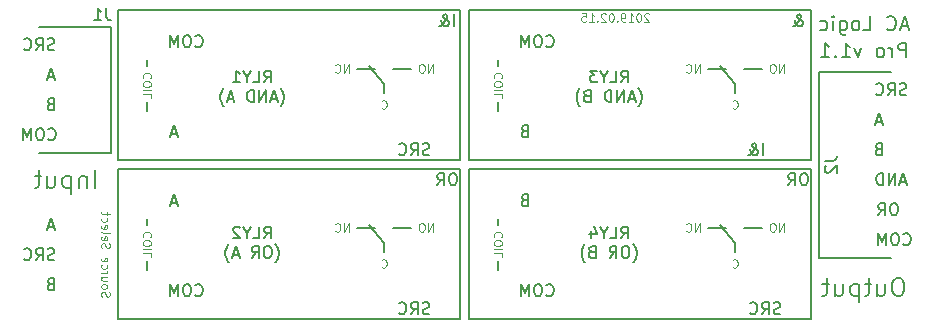
<source format=gbr>
G04 #@! TF.FileFunction,Legend,Bot*
%FSLAX46Y46*%
G04 Gerber Fmt 4.6, Leading zero omitted, Abs format (unit mm)*
G04 Created by KiCad (PCBNEW 4.0.7) date 02/15/19 15:45:41*
%MOMM*%
%LPD*%
G01*
G04 APERTURE LIST*
%ADD10C,0.100000*%
%ADD11C,0.200000*%
%ADD12C,0.150000*%
G04 APERTURE END LIST*
D10*
X167966668Y-76137333D02*
X167933334Y-76104000D01*
X167866668Y-76070667D01*
X167700001Y-76070667D01*
X167633334Y-76104000D01*
X167600001Y-76137333D01*
X167566668Y-76204000D01*
X167566668Y-76270667D01*
X167600001Y-76370667D01*
X168000001Y-76770667D01*
X167566668Y-76770667D01*
X167133334Y-76070667D02*
X167066667Y-76070667D01*
X167000001Y-76104000D01*
X166966667Y-76137333D01*
X166933334Y-76204000D01*
X166900001Y-76337333D01*
X166900001Y-76504000D01*
X166933334Y-76637333D01*
X166966667Y-76704000D01*
X167000001Y-76737333D01*
X167066667Y-76770667D01*
X167133334Y-76770667D01*
X167200001Y-76737333D01*
X167233334Y-76704000D01*
X167266667Y-76637333D01*
X167300001Y-76504000D01*
X167300001Y-76337333D01*
X167266667Y-76204000D01*
X167233334Y-76137333D01*
X167200001Y-76104000D01*
X167133334Y-76070667D01*
X166233334Y-76770667D02*
X166633334Y-76770667D01*
X166433334Y-76770667D02*
X166433334Y-76070667D01*
X166500000Y-76170667D01*
X166566667Y-76237333D01*
X166633334Y-76270667D01*
X165900000Y-76770667D02*
X165766667Y-76770667D01*
X165700000Y-76737333D01*
X165666667Y-76704000D01*
X165600000Y-76604000D01*
X165566667Y-76470667D01*
X165566667Y-76204000D01*
X165600000Y-76137333D01*
X165633333Y-76104000D01*
X165700000Y-76070667D01*
X165833333Y-76070667D01*
X165900000Y-76104000D01*
X165933333Y-76137333D01*
X165966667Y-76204000D01*
X165966667Y-76370667D01*
X165933333Y-76437333D01*
X165900000Y-76470667D01*
X165833333Y-76504000D01*
X165700000Y-76504000D01*
X165633333Y-76470667D01*
X165600000Y-76437333D01*
X165566667Y-76370667D01*
X165266666Y-76704000D02*
X165233333Y-76737333D01*
X165266666Y-76770667D01*
X165300000Y-76737333D01*
X165266666Y-76704000D01*
X165266666Y-76770667D01*
X164800000Y-76070667D02*
X164733333Y-76070667D01*
X164666667Y-76104000D01*
X164633333Y-76137333D01*
X164600000Y-76204000D01*
X164566667Y-76337333D01*
X164566667Y-76504000D01*
X164600000Y-76637333D01*
X164633333Y-76704000D01*
X164666667Y-76737333D01*
X164733333Y-76770667D01*
X164800000Y-76770667D01*
X164866667Y-76737333D01*
X164900000Y-76704000D01*
X164933333Y-76637333D01*
X164966667Y-76504000D01*
X164966667Y-76337333D01*
X164933333Y-76204000D01*
X164900000Y-76137333D01*
X164866667Y-76104000D01*
X164800000Y-76070667D01*
X164300000Y-76137333D02*
X164266666Y-76104000D01*
X164200000Y-76070667D01*
X164033333Y-76070667D01*
X163966666Y-76104000D01*
X163933333Y-76137333D01*
X163900000Y-76204000D01*
X163900000Y-76270667D01*
X163933333Y-76370667D01*
X164333333Y-76770667D01*
X163900000Y-76770667D01*
X163599999Y-76704000D02*
X163566666Y-76737333D01*
X163599999Y-76770667D01*
X163633333Y-76737333D01*
X163599999Y-76704000D01*
X163599999Y-76770667D01*
X162900000Y-76770667D02*
X163300000Y-76770667D01*
X163100000Y-76770667D02*
X163100000Y-76070667D01*
X163166666Y-76170667D01*
X163233333Y-76237333D01*
X163300000Y-76270667D01*
X162266666Y-76070667D02*
X162599999Y-76070667D01*
X162633333Y-76404000D01*
X162599999Y-76370667D01*
X162533333Y-76337333D01*
X162366666Y-76337333D01*
X162299999Y-76370667D01*
X162266666Y-76404000D01*
X162233333Y-76470667D01*
X162233333Y-76637333D01*
X162266666Y-76704000D01*
X162299999Y-76737333D01*
X162366666Y-76770667D01*
X162533333Y-76770667D01*
X162599999Y-76737333D01*
X162633333Y-76704000D01*
D11*
X121082286Y-90848571D02*
X121082286Y-89348571D01*
X120368000Y-89848571D02*
X120368000Y-90848571D01*
X120368000Y-89991429D02*
X120296572Y-89920000D01*
X120153714Y-89848571D01*
X119939429Y-89848571D01*
X119796572Y-89920000D01*
X119725143Y-90062857D01*
X119725143Y-90848571D01*
X119010857Y-89848571D02*
X119010857Y-91348571D01*
X119010857Y-89920000D02*
X118868000Y-89848571D01*
X118582286Y-89848571D01*
X118439429Y-89920000D01*
X118368000Y-89991429D01*
X118296571Y-90134286D01*
X118296571Y-90562857D01*
X118368000Y-90705714D01*
X118439429Y-90777143D01*
X118582286Y-90848571D01*
X118868000Y-90848571D01*
X119010857Y-90777143D01*
X117010857Y-89848571D02*
X117010857Y-90848571D01*
X117653714Y-89848571D02*
X117653714Y-90634286D01*
X117582286Y-90777143D01*
X117439428Y-90848571D01*
X117225143Y-90848571D01*
X117082286Y-90777143D01*
X117010857Y-90705714D01*
X116510857Y-89848571D02*
X115939428Y-89848571D01*
X116296571Y-89348571D02*
X116296571Y-90634286D01*
X116225143Y-90777143D01*
X116082285Y-90848571D01*
X115939428Y-90848571D01*
X189217715Y-98492571D02*
X188932001Y-98492571D01*
X188789143Y-98564000D01*
X188646286Y-98706857D01*
X188574858Y-98992571D01*
X188574858Y-99492571D01*
X188646286Y-99778286D01*
X188789143Y-99921143D01*
X188932001Y-99992571D01*
X189217715Y-99992571D01*
X189360572Y-99921143D01*
X189503429Y-99778286D01*
X189574858Y-99492571D01*
X189574858Y-98992571D01*
X189503429Y-98706857D01*
X189360572Y-98564000D01*
X189217715Y-98492571D01*
X187289143Y-98992571D02*
X187289143Y-99992571D01*
X187932000Y-98992571D02*
X187932000Y-99778286D01*
X187860572Y-99921143D01*
X187717714Y-99992571D01*
X187503429Y-99992571D01*
X187360572Y-99921143D01*
X187289143Y-99849714D01*
X186789143Y-98992571D02*
X186217714Y-98992571D01*
X186574857Y-98492571D02*
X186574857Y-99778286D01*
X186503429Y-99921143D01*
X186360571Y-99992571D01*
X186217714Y-99992571D01*
X185717714Y-98992571D02*
X185717714Y-100492571D01*
X185717714Y-99064000D02*
X185574857Y-98992571D01*
X185289143Y-98992571D01*
X185146286Y-99064000D01*
X185074857Y-99135429D01*
X185003428Y-99278286D01*
X185003428Y-99706857D01*
X185074857Y-99849714D01*
X185146286Y-99921143D01*
X185289143Y-99992571D01*
X185574857Y-99992571D01*
X185717714Y-99921143D01*
X183717714Y-98992571D02*
X183717714Y-99992571D01*
X184360571Y-98992571D02*
X184360571Y-99778286D01*
X184289143Y-99921143D01*
X184146285Y-99992571D01*
X183932000Y-99992571D01*
X183789143Y-99921143D01*
X183717714Y-99849714D01*
X183217714Y-98992571D02*
X182646285Y-98992571D01*
X183003428Y-98492571D02*
X183003428Y-99778286D01*
X182932000Y-99921143D01*
X182789142Y-99992571D01*
X182646285Y-99992571D01*
D12*
X189753429Y-79790857D02*
X189753429Y-78590857D01*
X189296286Y-78590857D01*
X189182000Y-78648000D01*
X189124857Y-78705143D01*
X189067714Y-78819429D01*
X189067714Y-78990857D01*
X189124857Y-79105143D01*
X189182000Y-79162286D01*
X189296286Y-79219429D01*
X189753429Y-79219429D01*
X188553429Y-79790857D02*
X188553429Y-78990857D01*
X188553429Y-79219429D02*
X188496286Y-79105143D01*
X188439143Y-79048000D01*
X188324857Y-78990857D01*
X188210572Y-78990857D01*
X187639143Y-79790857D02*
X187753429Y-79733714D01*
X187810572Y-79676571D01*
X187867715Y-79562286D01*
X187867715Y-79219429D01*
X187810572Y-79105143D01*
X187753429Y-79048000D01*
X187639143Y-78990857D01*
X187467715Y-78990857D01*
X187353429Y-79048000D01*
X187296286Y-79105143D01*
X187239143Y-79219429D01*
X187239143Y-79562286D01*
X187296286Y-79676571D01*
X187353429Y-79733714D01*
X187467715Y-79790857D01*
X187639143Y-79790857D01*
X185924857Y-78990857D02*
X185639143Y-79790857D01*
X185353429Y-78990857D01*
X184267714Y-79790857D02*
X184953429Y-79790857D01*
X184610571Y-79790857D02*
X184610571Y-78590857D01*
X184724857Y-78762286D01*
X184839143Y-78876571D01*
X184953429Y-78933714D01*
X183753429Y-79676571D02*
X183696286Y-79733714D01*
X183753429Y-79790857D01*
X183810572Y-79733714D01*
X183753429Y-79676571D01*
X183753429Y-79790857D01*
X182553428Y-79790857D02*
X183239143Y-79790857D01*
X182896285Y-79790857D02*
X182896285Y-78590857D01*
X183010571Y-78762286D01*
X183124857Y-78876571D01*
X183239143Y-78933714D01*
X189896286Y-77162000D02*
X189324857Y-77162000D01*
X190010571Y-77504857D02*
X189610571Y-76304857D01*
X189210571Y-77504857D01*
X188124857Y-77390571D02*
X188182000Y-77447714D01*
X188353429Y-77504857D01*
X188467715Y-77504857D01*
X188639143Y-77447714D01*
X188753429Y-77333429D01*
X188810572Y-77219143D01*
X188867715Y-76990571D01*
X188867715Y-76819143D01*
X188810572Y-76590571D01*
X188753429Y-76476286D01*
X188639143Y-76362000D01*
X188467715Y-76304857D01*
X188353429Y-76304857D01*
X188182000Y-76362000D01*
X188124857Y-76419143D01*
X186124857Y-77504857D02*
X186696286Y-77504857D01*
X186696286Y-76304857D01*
X185553428Y-77504857D02*
X185667714Y-77447714D01*
X185724857Y-77390571D01*
X185782000Y-77276286D01*
X185782000Y-76933429D01*
X185724857Y-76819143D01*
X185667714Y-76762000D01*
X185553428Y-76704857D01*
X185382000Y-76704857D01*
X185267714Y-76762000D01*
X185210571Y-76819143D01*
X185153428Y-76933429D01*
X185153428Y-77276286D01*
X185210571Y-77390571D01*
X185267714Y-77447714D01*
X185382000Y-77504857D01*
X185553428Y-77504857D01*
X184124857Y-76704857D02*
X184124857Y-77676286D01*
X184182000Y-77790571D01*
X184239143Y-77847714D01*
X184353428Y-77904857D01*
X184524857Y-77904857D01*
X184639143Y-77847714D01*
X184124857Y-77447714D02*
X184239143Y-77504857D01*
X184467714Y-77504857D01*
X184582000Y-77447714D01*
X184639143Y-77390571D01*
X184696286Y-77276286D01*
X184696286Y-76933429D01*
X184639143Y-76819143D01*
X184582000Y-76762000D01*
X184467714Y-76704857D01*
X184239143Y-76704857D01*
X184124857Y-76762000D01*
X183553429Y-77504857D02*
X183553429Y-76704857D01*
X183553429Y-76304857D02*
X183610572Y-76362000D01*
X183553429Y-76419143D01*
X183496286Y-76362000D01*
X183553429Y-76304857D01*
X183553429Y-76419143D01*
X182467714Y-77447714D02*
X182582000Y-77504857D01*
X182810571Y-77504857D01*
X182924857Y-77447714D01*
X182982000Y-77390571D01*
X183039143Y-77276286D01*
X183039143Y-76933429D01*
X182982000Y-76819143D01*
X182924857Y-76762000D01*
X182810571Y-76704857D01*
X182582000Y-76704857D01*
X182467714Y-76762000D01*
D11*
X182372000Y-81026000D02*
X188468000Y-81026000D01*
X182372000Y-96774000D02*
X182372000Y-81026000D01*
X188468000Y-96774000D02*
X182372000Y-96774000D01*
X122428000Y-87884000D02*
X116332000Y-87884000D01*
X122428000Y-77216000D02*
X122428000Y-87884000D01*
X116332000Y-77216000D02*
X122428000Y-77216000D01*
D10*
X121636667Y-100053333D02*
X121603333Y-99953333D01*
X121603333Y-99786666D01*
X121636667Y-99719999D01*
X121670000Y-99686666D01*
X121736667Y-99653333D01*
X121803333Y-99653333D01*
X121870000Y-99686666D01*
X121903333Y-99719999D01*
X121936667Y-99786666D01*
X121970000Y-99919999D01*
X122003333Y-99986666D01*
X122036667Y-100019999D01*
X122103333Y-100053333D01*
X122170000Y-100053333D01*
X122236667Y-100019999D01*
X122270000Y-99986666D01*
X122303333Y-99919999D01*
X122303333Y-99753333D01*
X122270000Y-99653333D01*
X121603333Y-99253332D02*
X121636667Y-99319999D01*
X121670000Y-99353332D01*
X121736667Y-99386666D01*
X121936667Y-99386666D01*
X122003333Y-99353332D01*
X122036667Y-99319999D01*
X122070000Y-99253332D01*
X122070000Y-99153332D01*
X122036667Y-99086666D01*
X122003333Y-99053332D01*
X121936667Y-99019999D01*
X121736667Y-99019999D01*
X121670000Y-99053332D01*
X121636667Y-99086666D01*
X121603333Y-99153332D01*
X121603333Y-99253332D01*
X122070000Y-98419999D02*
X121603333Y-98419999D01*
X122070000Y-98719999D02*
X121703333Y-98719999D01*
X121636667Y-98686666D01*
X121603333Y-98619999D01*
X121603333Y-98519999D01*
X121636667Y-98453333D01*
X121670000Y-98419999D01*
X121603333Y-98086666D02*
X122070000Y-98086666D01*
X121936667Y-98086666D02*
X122003333Y-98053333D01*
X122036667Y-98020000D01*
X122070000Y-97953333D01*
X122070000Y-97886666D01*
X121636667Y-97353333D02*
X121603333Y-97420000D01*
X121603333Y-97553333D01*
X121636667Y-97620000D01*
X121670000Y-97653333D01*
X121736667Y-97686667D01*
X121936667Y-97686667D01*
X122003333Y-97653333D01*
X122036667Y-97620000D01*
X122070000Y-97553333D01*
X122070000Y-97420000D01*
X122036667Y-97353333D01*
X121636667Y-96786667D02*
X121603333Y-96853333D01*
X121603333Y-96986667D01*
X121636667Y-97053333D01*
X121703333Y-97086667D01*
X121970000Y-97086667D01*
X122036667Y-97053333D01*
X122070000Y-96986667D01*
X122070000Y-96853333D01*
X122036667Y-96786667D01*
X121970000Y-96753333D01*
X121903333Y-96753333D01*
X121836667Y-97086667D01*
X121636667Y-95953334D02*
X121603333Y-95853334D01*
X121603333Y-95686667D01*
X121636667Y-95620000D01*
X121670000Y-95586667D01*
X121736667Y-95553334D01*
X121803333Y-95553334D01*
X121870000Y-95586667D01*
X121903333Y-95620000D01*
X121936667Y-95686667D01*
X121970000Y-95820000D01*
X122003333Y-95886667D01*
X122036667Y-95920000D01*
X122103333Y-95953334D01*
X122170000Y-95953334D01*
X122236667Y-95920000D01*
X122270000Y-95886667D01*
X122303333Y-95820000D01*
X122303333Y-95653334D01*
X122270000Y-95553334D01*
X121636667Y-94986667D02*
X121603333Y-95053333D01*
X121603333Y-95186667D01*
X121636667Y-95253333D01*
X121703333Y-95286667D01*
X121970000Y-95286667D01*
X122036667Y-95253333D01*
X122070000Y-95186667D01*
X122070000Y-95053333D01*
X122036667Y-94986667D01*
X121970000Y-94953333D01*
X121903333Y-94953333D01*
X121836667Y-95286667D01*
X121603333Y-94553333D02*
X121636667Y-94620000D01*
X121703333Y-94653333D01*
X122303333Y-94653333D01*
X121636667Y-94020000D02*
X121603333Y-94086666D01*
X121603333Y-94220000D01*
X121636667Y-94286666D01*
X121703333Y-94320000D01*
X121970000Y-94320000D01*
X122036667Y-94286666D01*
X122070000Y-94220000D01*
X122070000Y-94086666D01*
X122036667Y-94020000D01*
X121970000Y-93986666D01*
X121903333Y-93986666D01*
X121836667Y-94320000D01*
X121636667Y-93386666D02*
X121603333Y-93453333D01*
X121603333Y-93586666D01*
X121636667Y-93653333D01*
X121670000Y-93686666D01*
X121736667Y-93720000D01*
X121936667Y-93720000D01*
X122003333Y-93686666D01*
X122036667Y-93653333D01*
X122070000Y-93586666D01*
X122070000Y-93453333D01*
X122036667Y-93386666D01*
X122070000Y-93186666D02*
X122070000Y-92920000D01*
X122303333Y-93086666D02*
X121703333Y-93086666D01*
X121636667Y-93053333D01*
X121603333Y-92986666D01*
X121603333Y-92920000D01*
D12*
X188809238Y-92162381D02*
X188618761Y-92162381D01*
X188523523Y-92210000D01*
X188428285Y-92305238D01*
X188380666Y-92495714D01*
X188380666Y-92829048D01*
X188428285Y-93019524D01*
X188523523Y-93114762D01*
X188618761Y-93162381D01*
X188809238Y-93162381D01*
X188904476Y-93114762D01*
X188999714Y-93019524D01*
X189047333Y-92829048D01*
X189047333Y-92495714D01*
X188999714Y-92305238D01*
X188904476Y-92210000D01*
X188809238Y-92162381D01*
X187380666Y-93162381D02*
X187714000Y-92686190D01*
X187952095Y-93162381D02*
X187952095Y-92162381D01*
X187571142Y-92162381D01*
X187475904Y-92210000D01*
X187428285Y-92257619D01*
X187380666Y-92352857D01*
X187380666Y-92495714D01*
X187428285Y-92590952D01*
X187475904Y-92638571D01*
X187571142Y-92686190D01*
X187952095Y-92686190D01*
X189729905Y-90336667D02*
X189253714Y-90336667D01*
X189825143Y-90622381D02*
X189491810Y-89622381D01*
X189158476Y-90622381D01*
X188825143Y-90622381D02*
X188825143Y-89622381D01*
X188253714Y-90622381D01*
X188253714Y-89622381D01*
X187777524Y-90622381D02*
X187777524Y-89622381D01*
X187539429Y-89622381D01*
X187396571Y-89670000D01*
X187301333Y-89765238D01*
X187253714Y-89860476D01*
X187206095Y-90050952D01*
X187206095Y-90193810D01*
X187253714Y-90384286D01*
X187301333Y-90479524D01*
X187396571Y-90574762D01*
X187539429Y-90622381D01*
X187777524Y-90622381D01*
X187380571Y-87558571D02*
X187237714Y-87606190D01*
X187190095Y-87653810D01*
X187142476Y-87749048D01*
X187142476Y-87891905D01*
X187190095Y-87987143D01*
X187237714Y-88034762D01*
X187332952Y-88082381D01*
X187713905Y-88082381D01*
X187713905Y-87082381D01*
X187380571Y-87082381D01*
X187285333Y-87130000D01*
X187237714Y-87177619D01*
X187190095Y-87272857D01*
X187190095Y-87368095D01*
X187237714Y-87463333D01*
X187285333Y-87510952D01*
X187380571Y-87558571D01*
X187713905Y-87558571D01*
X187690095Y-85256667D02*
X187213904Y-85256667D01*
X187785333Y-85542381D02*
X187452000Y-84542381D01*
X187118666Y-85542381D01*
X189507714Y-95607143D02*
X189555333Y-95654762D01*
X189698190Y-95702381D01*
X189793428Y-95702381D01*
X189936286Y-95654762D01*
X190031524Y-95559524D01*
X190079143Y-95464286D01*
X190126762Y-95273810D01*
X190126762Y-95130952D01*
X190079143Y-94940476D01*
X190031524Y-94845238D01*
X189936286Y-94750000D01*
X189793428Y-94702381D01*
X189698190Y-94702381D01*
X189555333Y-94750000D01*
X189507714Y-94797619D01*
X188888667Y-94702381D02*
X188698190Y-94702381D01*
X188602952Y-94750000D01*
X188507714Y-94845238D01*
X188460095Y-95035714D01*
X188460095Y-95369048D01*
X188507714Y-95559524D01*
X188602952Y-95654762D01*
X188698190Y-95702381D01*
X188888667Y-95702381D01*
X188983905Y-95654762D01*
X189079143Y-95559524D01*
X189126762Y-95369048D01*
X189126762Y-95035714D01*
X189079143Y-94845238D01*
X188983905Y-94750000D01*
X188888667Y-94702381D01*
X188031524Y-95702381D02*
X188031524Y-94702381D01*
X187698190Y-95416667D01*
X187364857Y-94702381D01*
X187364857Y-95702381D01*
X189753714Y-82954762D02*
X189610857Y-83002381D01*
X189372761Y-83002381D01*
X189277523Y-82954762D01*
X189229904Y-82907143D01*
X189182285Y-82811905D01*
X189182285Y-82716667D01*
X189229904Y-82621429D01*
X189277523Y-82573810D01*
X189372761Y-82526190D01*
X189563238Y-82478571D01*
X189658476Y-82430952D01*
X189706095Y-82383333D01*
X189753714Y-82288095D01*
X189753714Y-82192857D01*
X189706095Y-82097619D01*
X189658476Y-82050000D01*
X189563238Y-82002381D01*
X189325142Y-82002381D01*
X189182285Y-82050000D01*
X188182285Y-83002381D02*
X188515619Y-82526190D01*
X188753714Y-83002381D02*
X188753714Y-82002381D01*
X188372761Y-82002381D01*
X188277523Y-82050000D01*
X188229904Y-82097619D01*
X188182285Y-82192857D01*
X188182285Y-82335714D01*
X188229904Y-82430952D01*
X188277523Y-82478571D01*
X188372761Y-82526190D01*
X188753714Y-82526190D01*
X187182285Y-82907143D02*
X187229904Y-82954762D01*
X187372761Y-83002381D01*
X187467999Y-83002381D01*
X187610857Y-82954762D01*
X187706095Y-82859524D01*
X187753714Y-82764286D01*
X187801333Y-82573810D01*
X187801333Y-82430952D01*
X187753714Y-82240476D01*
X187706095Y-82145238D01*
X187610857Y-82050000D01*
X187467999Y-82002381D01*
X187372761Y-82002381D01*
X187229904Y-82050000D01*
X187182285Y-82097619D01*
X117586095Y-94146667D02*
X117109904Y-94146667D01*
X117681333Y-94432381D02*
X117348000Y-93432381D01*
X117014666Y-94432381D01*
X117276571Y-98988571D02*
X117133714Y-99036190D01*
X117086095Y-99083810D01*
X117038476Y-99179048D01*
X117038476Y-99321905D01*
X117086095Y-99417143D01*
X117133714Y-99464762D01*
X117228952Y-99512381D01*
X117609905Y-99512381D01*
X117609905Y-98512381D01*
X117276571Y-98512381D01*
X117181333Y-98560000D01*
X117133714Y-98607619D01*
X117086095Y-98702857D01*
X117086095Y-98798095D01*
X117133714Y-98893333D01*
X117181333Y-98940952D01*
X117276571Y-98988571D01*
X117609905Y-98988571D01*
X117617714Y-96924762D02*
X117474857Y-96972381D01*
X117236761Y-96972381D01*
X117141523Y-96924762D01*
X117093904Y-96877143D01*
X117046285Y-96781905D01*
X117046285Y-96686667D01*
X117093904Y-96591429D01*
X117141523Y-96543810D01*
X117236761Y-96496190D01*
X117427238Y-96448571D01*
X117522476Y-96400952D01*
X117570095Y-96353333D01*
X117617714Y-96258095D01*
X117617714Y-96162857D01*
X117570095Y-96067619D01*
X117522476Y-96020000D01*
X117427238Y-95972381D01*
X117189142Y-95972381D01*
X117046285Y-96020000D01*
X116046285Y-96972381D02*
X116379619Y-96496190D01*
X116617714Y-96972381D02*
X116617714Y-95972381D01*
X116236761Y-95972381D01*
X116141523Y-96020000D01*
X116093904Y-96067619D01*
X116046285Y-96162857D01*
X116046285Y-96305714D01*
X116093904Y-96400952D01*
X116141523Y-96448571D01*
X116236761Y-96496190D01*
X116617714Y-96496190D01*
X115046285Y-96877143D02*
X115093904Y-96924762D01*
X115236761Y-96972381D01*
X115331999Y-96972381D01*
X115474857Y-96924762D01*
X115570095Y-96829524D01*
X115617714Y-96734286D01*
X115665333Y-96543810D01*
X115665333Y-96400952D01*
X115617714Y-96210476D01*
X115570095Y-96115238D01*
X115474857Y-96020000D01*
X115331999Y-95972381D01*
X115236761Y-95972381D01*
X115093904Y-96020000D01*
X115046285Y-96067619D01*
X117617714Y-79144762D02*
X117474857Y-79192381D01*
X117236761Y-79192381D01*
X117141523Y-79144762D01*
X117093904Y-79097143D01*
X117046285Y-79001905D01*
X117046285Y-78906667D01*
X117093904Y-78811429D01*
X117141523Y-78763810D01*
X117236761Y-78716190D01*
X117427238Y-78668571D01*
X117522476Y-78620952D01*
X117570095Y-78573333D01*
X117617714Y-78478095D01*
X117617714Y-78382857D01*
X117570095Y-78287619D01*
X117522476Y-78240000D01*
X117427238Y-78192381D01*
X117189142Y-78192381D01*
X117046285Y-78240000D01*
X116046285Y-79192381D02*
X116379619Y-78716190D01*
X116617714Y-79192381D02*
X116617714Y-78192381D01*
X116236761Y-78192381D01*
X116141523Y-78240000D01*
X116093904Y-78287619D01*
X116046285Y-78382857D01*
X116046285Y-78525714D01*
X116093904Y-78620952D01*
X116141523Y-78668571D01*
X116236761Y-78716190D01*
X116617714Y-78716190D01*
X115046285Y-79097143D02*
X115093904Y-79144762D01*
X115236761Y-79192381D01*
X115331999Y-79192381D01*
X115474857Y-79144762D01*
X115570095Y-79049524D01*
X115617714Y-78954286D01*
X115665333Y-78763810D01*
X115665333Y-78620952D01*
X115617714Y-78430476D01*
X115570095Y-78335238D01*
X115474857Y-78240000D01*
X115331999Y-78192381D01*
X115236761Y-78192381D01*
X115093904Y-78240000D01*
X115046285Y-78287619D01*
X117586095Y-81446667D02*
X117109904Y-81446667D01*
X117681333Y-81732381D02*
X117348000Y-80732381D01*
X117014666Y-81732381D01*
X117276571Y-83748571D02*
X117133714Y-83796190D01*
X117086095Y-83843810D01*
X117038476Y-83939048D01*
X117038476Y-84081905D01*
X117086095Y-84177143D01*
X117133714Y-84224762D01*
X117228952Y-84272381D01*
X117609905Y-84272381D01*
X117609905Y-83272381D01*
X117276571Y-83272381D01*
X117181333Y-83320000D01*
X117133714Y-83367619D01*
X117086095Y-83462857D01*
X117086095Y-83558095D01*
X117133714Y-83653333D01*
X117181333Y-83700952D01*
X117276571Y-83748571D01*
X117609905Y-83748571D01*
X117117714Y-86717143D02*
X117165333Y-86764762D01*
X117308190Y-86812381D01*
X117403428Y-86812381D01*
X117546286Y-86764762D01*
X117641524Y-86669524D01*
X117689143Y-86574286D01*
X117736762Y-86383810D01*
X117736762Y-86240952D01*
X117689143Y-86050476D01*
X117641524Y-85955238D01*
X117546286Y-85860000D01*
X117403428Y-85812381D01*
X117308190Y-85812381D01*
X117165333Y-85860000D01*
X117117714Y-85907619D01*
X116498667Y-85812381D02*
X116308190Y-85812381D01*
X116212952Y-85860000D01*
X116117714Y-85955238D01*
X116070095Y-86145714D01*
X116070095Y-86479048D01*
X116117714Y-86669524D01*
X116212952Y-86764762D01*
X116308190Y-86812381D01*
X116498667Y-86812381D01*
X116593905Y-86764762D01*
X116689143Y-86669524D01*
X116736762Y-86479048D01*
X116736762Y-86145714D01*
X116689143Y-85955238D01*
X116593905Y-85860000D01*
X116498667Y-85812381D01*
X115641524Y-86812381D02*
X115641524Y-85812381D01*
X115308190Y-86526667D01*
X114974857Y-85812381D01*
X114974857Y-86812381D01*
X177657047Y-88082381D02*
X177657047Y-87082381D01*
X176371333Y-88082381D02*
X176418952Y-88082381D01*
X176514190Y-88034762D01*
X176657047Y-87891905D01*
X176895142Y-87606190D01*
X176990381Y-87463333D01*
X177038000Y-87320476D01*
X177038000Y-87225238D01*
X176990381Y-87130000D01*
X176895142Y-87082381D01*
X176847523Y-87082381D01*
X176752285Y-87130000D01*
X176704666Y-87225238D01*
X176704666Y-87272857D01*
X176752285Y-87368095D01*
X176799904Y-87415714D01*
X177085619Y-87606190D01*
X177133238Y-87653810D01*
X177180857Y-87749048D01*
X177180857Y-87891905D01*
X177133238Y-87987143D01*
X177085619Y-88034762D01*
X176990381Y-88082381D01*
X176847523Y-88082381D01*
X176752285Y-88034762D01*
X176704666Y-87987143D01*
X176561809Y-87796667D01*
X176514190Y-87653810D01*
X176514190Y-87558571D01*
X179085714Y-101496762D02*
X178942857Y-101544381D01*
X178704761Y-101544381D01*
X178609523Y-101496762D01*
X178561904Y-101449143D01*
X178514285Y-101353905D01*
X178514285Y-101258667D01*
X178561904Y-101163429D01*
X178609523Y-101115810D01*
X178704761Y-101068190D01*
X178895238Y-101020571D01*
X178990476Y-100972952D01*
X179038095Y-100925333D01*
X179085714Y-100830095D01*
X179085714Y-100734857D01*
X179038095Y-100639619D01*
X178990476Y-100592000D01*
X178895238Y-100544381D01*
X178657142Y-100544381D01*
X178514285Y-100592000D01*
X177514285Y-101544381D02*
X177847619Y-101068190D01*
X178085714Y-101544381D02*
X178085714Y-100544381D01*
X177704761Y-100544381D01*
X177609523Y-100592000D01*
X177561904Y-100639619D01*
X177514285Y-100734857D01*
X177514285Y-100877714D01*
X177561904Y-100972952D01*
X177609523Y-101020571D01*
X177704761Y-101068190D01*
X178085714Y-101068190D01*
X176514285Y-101449143D02*
X176561904Y-101496762D01*
X176704761Y-101544381D01*
X176799999Y-101544381D01*
X176942857Y-101496762D01*
X177038095Y-101401524D01*
X177085714Y-101306286D01*
X177133333Y-101115810D01*
X177133333Y-100972952D01*
X177085714Y-100782476D01*
X177038095Y-100687238D01*
X176942857Y-100592000D01*
X176799999Y-100544381D01*
X176704761Y-100544381D01*
X176561904Y-100592000D01*
X176514285Y-100639619D01*
X149367714Y-101496762D02*
X149224857Y-101544381D01*
X148986761Y-101544381D01*
X148891523Y-101496762D01*
X148843904Y-101449143D01*
X148796285Y-101353905D01*
X148796285Y-101258667D01*
X148843904Y-101163429D01*
X148891523Y-101115810D01*
X148986761Y-101068190D01*
X149177238Y-101020571D01*
X149272476Y-100972952D01*
X149320095Y-100925333D01*
X149367714Y-100830095D01*
X149367714Y-100734857D01*
X149320095Y-100639619D01*
X149272476Y-100592000D01*
X149177238Y-100544381D01*
X148939142Y-100544381D01*
X148796285Y-100592000D01*
X147796285Y-101544381D02*
X148129619Y-101068190D01*
X148367714Y-101544381D02*
X148367714Y-100544381D01*
X147986761Y-100544381D01*
X147891523Y-100592000D01*
X147843904Y-100639619D01*
X147796285Y-100734857D01*
X147796285Y-100877714D01*
X147843904Y-100972952D01*
X147891523Y-101020571D01*
X147986761Y-101068190D01*
X148367714Y-101068190D01*
X146796285Y-101449143D02*
X146843904Y-101496762D01*
X146986761Y-101544381D01*
X147081999Y-101544381D01*
X147224857Y-101496762D01*
X147320095Y-101401524D01*
X147367714Y-101306286D01*
X147415333Y-101115810D01*
X147415333Y-100972952D01*
X147367714Y-100782476D01*
X147320095Y-100687238D01*
X147224857Y-100592000D01*
X147081999Y-100544381D01*
X146986761Y-100544381D01*
X146843904Y-100592000D01*
X146796285Y-100639619D01*
X149367714Y-88034762D02*
X149224857Y-88082381D01*
X148986761Y-88082381D01*
X148891523Y-88034762D01*
X148843904Y-87987143D01*
X148796285Y-87891905D01*
X148796285Y-87796667D01*
X148843904Y-87701429D01*
X148891523Y-87653810D01*
X148986761Y-87606190D01*
X149177238Y-87558571D01*
X149272476Y-87510952D01*
X149320095Y-87463333D01*
X149367714Y-87368095D01*
X149367714Y-87272857D01*
X149320095Y-87177619D01*
X149272476Y-87130000D01*
X149177238Y-87082381D01*
X148939142Y-87082381D01*
X148796285Y-87130000D01*
X147796285Y-88082381D02*
X148129619Y-87606190D01*
X148367714Y-88082381D02*
X148367714Y-87082381D01*
X147986761Y-87082381D01*
X147891523Y-87130000D01*
X147843904Y-87177619D01*
X147796285Y-87272857D01*
X147796285Y-87415714D01*
X147843904Y-87510952D01*
X147891523Y-87558571D01*
X147986761Y-87606190D01*
X148367714Y-87606190D01*
X146796285Y-87987143D02*
X146843904Y-88034762D01*
X146986761Y-88082381D01*
X147081999Y-88082381D01*
X147224857Y-88034762D01*
X147320095Y-87939524D01*
X147367714Y-87844286D01*
X147415333Y-87653810D01*
X147415333Y-87510952D01*
X147367714Y-87320476D01*
X147320095Y-87225238D01*
X147224857Y-87130000D01*
X147081999Y-87082381D01*
X146986761Y-87082381D01*
X146843904Y-87130000D01*
X146796285Y-87177619D01*
D11*
X155194000Y-83566000D02*
X155194000Y-84328000D01*
X155194000Y-97028000D02*
X155194000Y-97790000D01*
X125476000Y-97028000D02*
X125476000Y-97790000D01*
X125476000Y-93980000D02*
X125476000Y-93472000D01*
X155194000Y-93980000D02*
X155194000Y-93472000D01*
X155194000Y-80518000D02*
X155194000Y-80010000D01*
X125476000Y-83566000D02*
X125476000Y-84328000D01*
X125476000Y-80518000D02*
X125476000Y-80010000D01*
X147828000Y-80772000D02*
X146304000Y-80772000D01*
X145542000Y-82804000D02*
X145542000Y-82042000D01*
X145542000Y-82042000D02*
X144272000Y-80518000D01*
X143256000Y-80772000D02*
X144780000Y-80772000D01*
X177546000Y-80772000D02*
X176022000Y-80772000D01*
X175260000Y-82804000D02*
X175260000Y-82042000D01*
X175260000Y-82042000D02*
X173990000Y-80518000D01*
X172974000Y-80772000D02*
X174498000Y-80772000D01*
X177546000Y-94234000D02*
X176022000Y-94234000D01*
X175260000Y-96266000D02*
X175260000Y-95504000D01*
X175260000Y-95504000D02*
X173990000Y-93980000D01*
X172974000Y-94234000D02*
X174498000Y-94234000D01*
X145542000Y-95504000D02*
X144272000Y-93980000D01*
X145542000Y-96266000D02*
X145542000Y-95504000D01*
X147828000Y-94234000D02*
X146304000Y-94234000D01*
X143256000Y-94234000D02*
X144780000Y-94234000D01*
D12*
X151495047Y-77160381D02*
X151495047Y-76160381D01*
X150209333Y-77160381D02*
X150256952Y-77160381D01*
X150352190Y-77112762D01*
X150495047Y-76969905D01*
X150733142Y-76684190D01*
X150828381Y-76541333D01*
X150876000Y-76398476D01*
X150876000Y-76303238D01*
X150828381Y-76208000D01*
X150733142Y-76160381D01*
X150685523Y-76160381D01*
X150590285Y-76208000D01*
X150542666Y-76303238D01*
X150542666Y-76350857D01*
X150590285Y-76446095D01*
X150637904Y-76493714D01*
X150923619Y-76684190D01*
X150971238Y-76731810D01*
X151018857Y-76827048D01*
X151018857Y-76969905D01*
X150971238Y-77065143D01*
X150923619Y-77112762D01*
X150828381Y-77160381D01*
X150685523Y-77160381D01*
X150590285Y-77112762D01*
X150542666Y-77065143D01*
X150399809Y-76874667D01*
X150352190Y-76731810D01*
X150352190Y-76636571D01*
X180165428Y-77160381D02*
X180213047Y-77160381D01*
X180308285Y-77112762D01*
X180451142Y-76969905D01*
X180689237Y-76684190D01*
X180784476Y-76541333D01*
X180832095Y-76398476D01*
X180832095Y-76303238D01*
X180784476Y-76208000D01*
X180689237Y-76160381D01*
X180641618Y-76160381D01*
X180546380Y-76208000D01*
X180498761Y-76303238D01*
X180498761Y-76350857D01*
X180546380Y-76446095D01*
X180593999Y-76493714D01*
X180879714Y-76684190D01*
X180927333Y-76731810D01*
X180974952Y-76827048D01*
X180974952Y-76969905D01*
X180927333Y-77065143D01*
X180879714Y-77112762D01*
X180784476Y-77160381D01*
X180641618Y-77160381D01*
X180546380Y-77112762D01*
X180498761Y-77065143D01*
X180355904Y-76874667D01*
X180308285Y-76731810D01*
X180308285Y-76636571D01*
X151471238Y-89622381D02*
X151280761Y-89622381D01*
X151185523Y-89670000D01*
X151090285Y-89765238D01*
X151042666Y-89955714D01*
X151042666Y-90289048D01*
X151090285Y-90479524D01*
X151185523Y-90574762D01*
X151280761Y-90622381D01*
X151471238Y-90622381D01*
X151566476Y-90574762D01*
X151661714Y-90479524D01*
X151709333Y-90289048D01*
X151709333Y-89955714D01*
X151661714Y-89765238D01*
X151566476Y-89670000D01*
X151471238Y-89622381D01*
X150042666Y-90622381D02*
X150376000Y-90146190D01*
X150614095Y-90622381D02*
X150614095Y-89622381D01*
X150233142Y-89622381D01*
X150137904Y-89670000D01*
X150090285Y-89717619D01*
X150042666Y-89812857D01*
X150042666Y-89955714D01*
X150090285Y-90050952D01*
X150137904Y-90098571D01*
X150233142Y-90146190D01*
X150614095Y-90146190D01*
X181189238Y-89622381D02*
X180998761Y-89622381D01*
X180903523Y-89670000D01*
X180808285Y-89765238D01*
X180760666Y-89955714D01*
X180760666Y-90289048D01*
X180808285Y-90479524D01*
X180903523Y-90574762D01*
X180998761Y-90622381D01*
X181189238Y-90622381D01*
X181284476Y-90574762D01*
X181379714Y-90479524D01*
X181427333Y-90289048D01*
X181427333Y-89955714D01*
X181379714Y-89765238D01*
X181284476Y-89670000D01*
X181189238Y-89622381D01*
X179760666Y-90622381D02*
X180094000Y-90146190D01*
X180332095Y-90622381D02*
X180332095Y-89622381D01*
X179951142Y-89622381D01*
X179855904Y-89670000D01*
X179808285Y-89717619D01*
X179760666Y-89812857D01*
X179760666Y-89955714D01*
X179808285Y-90050952D01*
X179855904Y-90098571D01*
X179951142Y-90146190D01*
X180332095Y-90146190D01*
X128000095Y-86272667D02*
X127523904Y-86272667D01*
X128095333Y-86558381D02*
X127762000Y-85558381D01*
X127428666Y-86558381D01*
X128000095Y-92114667D02*
X127523904Y-92114667D01*
X128095333Y-92400381D02*
X127762000Y-91400381D01*
X127428666Y-92400381D01*
X157408571Y-91876571D02*
X157265714Y-91924190D01*
X157218095Y-91971810D01*
X157170476Y-92067048D01*
X157170476Y-92209905D01*
X157218095Y-92305143D01*
X157265714Y-92352762D01*
X157360952Y-92400381D01*
X157741905Y-92400381D01*
X157741905Y-91400381D01*
X157408571Y-91400381D01*
X157313333Y-91448000D01*
X157265714Y-91495619D01*
X157218095Y-91590857D01*
X157218095Y-91686095D01*
X157265714Y-91781333D01*
X157313333Y-91828952D01*
X157408571Y-91876571D01*
X157741905Y-91876571D01*
X157408571Y-86034571D02*
X157265714Y-86082190D01*
X157218095Y-86129810D01*
X157170476Y-86225048D01*
X157170476Y-86367905D01*
X157218095Y-86463143D01*
X157265714Y-86510762D01*
X157360952Y-86558381D01*
X157741905Y-86558381D01*
X157741905Y-85558381D01*
X157408571Y-85558381D01*
X157313333Y-85606000D01*
X157265714Y-85653619D01*
X157218095Y-85748857D01*
X157218095Y-85844095D01*
X157265714Y-85939333D01*
X157313333Y-85986952D01*
X157408571Y-86034571D01*
X157741905Y-86034571D01*
X159281714Y-78843143D02*
X159329333Y-78890762D01*
X159472190Y-78938381D01*
X159567428Y-78938381D01*
X159710286Y-78890762D01*
X159805524Y-78795524D01*
X159853143Y-78700286D01*
X159900762Y-78509810D01*
X159900762Y-78366952D01*
X159853143Y-78176476D01*
X159805524Y-78081238D01*
X159710286Y-77986000D01*
X159567428Y-77938381D01*
X159472190Y-77938381D01*
X159329333Y-77986000D01*
X159281714Y-78033619D01*
X158662667Y-77938381D02*
X158472190Y-77938381D01*
X158376952Y-77986000D01*
X158281714Y-78081238D01*
X158234095Y-78271714D01*
X158234095Y-78605048D01*
X158281714Y-78795524D01*
X158376952Y-78890762D01*
X158472190Y-78938381D01*
X158662667Y-78938381D01*
X158757905Y-78890762D01*
X158853143Y-78795524D01*
X158900762Y-78605048D01*
X158900762Y-78271714D01*
X158853143Y-78081238D01*
X158757905Y-77986000D01*
X158662667Y-77938381D01*
X157805524Y-78938381D02*
X157805524Y-77938381D01*
X157472190Y-78652667D01*
X157138857Y-77938381D01*
X157138857Y-78938381D01*
X129563714Y-78843143D02*
X129611333Y-78890762D01*
X129754190Y-78938381D01*
X129849428Y-78938381D01*
X129992286Y-78890762D01*
X130087524Y-78795524D01*
X130135143Y-78700286D01*
X130182762Y-78509810D01*
X130182762Y-78366952D01*
X130135143Y-78176476D01*
X130087524Y-78081238D01*
X129992286Y-77986000D01*
X129849428Y-77938381D01*
X129754190Y-77938381D01*
X129611333Y-77986000D01*
X129563714Y-78033619D01*
X128944667Y-77938381D02*
X128754190Y-77938381D01*
X128658952Y-77986000D01*
X128563714Y-78081238D01*
X128516095Y-78271714D01*
X128516095Y-78605048D01*
X128563714Y-78795524D01*
X128658952Y-78890762D01*
X128754190Y-78938381D01*
X128944667Y-78938381D01*
X129039905Y-78890762D01*
X129135143Y-78795524D01*
X129182762Y-78605048D01*
X129182762Y-78271714D01*
X129135143Y-78081238D01*
X129039905Y-77986000D01*
X128944667Y-77938381D01*
X128087524Y-78938381D02*
X128087524Y-77938381D01*
X127754190Y-78652667D01*
X127420857Y-77938381D01*
X127420857Y-78938381D01*
X129563714Y-99925143D02*
X129611333Y-99972762D01*
X129754190Y-100020381D01*
X129849428Y-100020381D01*
X129992286Y-99972762D01*
X130087524Y-99877524D01*
X130135143Y-99782286D01*
X130182762Y-99591810D01*
X130182762Y-99448952D01*
X130135143Y-99258476D01*
X130087524Y-99163238D01*
X129992286Y-99068000D01*
X129849428Y-99020381D01*
X129754190Y-99020381D01*
X129611333Y-99068000D01*
X129563714Y-99115619D01*
X128944667Y-99020381D02*
X128754190Y-99020381D01*
X128658952Y-99068000D01*
X128563714Y-99163238D01*
X128516095Y-99353714D01*
X128516095Y-99687048D01*
X128563714Y-99877524D01*
X128658952Y-99972762D01*
X128754190Y-100020381D01*
X128944667Y-100020381D01*
X129039905Y-99972762D01*
X129135143Y-99877524D01*
X129182762Y-99687048D01*
X129182762Y-99353714D01*
X129135143Y-99163238D01*
X129039905Y-99068000D01*
X128944667Y-99020381D01*
X128087524Y-100020381D02*
X128087524Y-99020381D01*
X127754190Y-99734667D01*
X127420857Y-99020381D01*
X127420857Y-100020381D01*
X159281714Y-99925143D02*
X159329333Y-99972762D01*
X159472190Y-100020381D01*
X159567428Y-100020381D01*
X159710286Y-99972762D01*
X159805524Y-99877524D01*
X159853143Y-99782286D01*
X159900762Y-99591810D01*
X159900762Y-99448952D01*
X159853143Y-99258476D01*
X159805524Y-99163238D01*
X159710286Y-99068000D01*
X159567428Y-99020381D01*
X159472190Y-99020381D01*
X159329333Y-99068000D01*
X159281714Y-99115619D01*
X158662667Y-99020381D02*
X158472190Y-99020381D01*
X158376952Y-99068000D01*
X158281714Y-99163238D01*
X158234095Y-99353714D01*
X158234095Y-99687048D01*
X158281714Y-99877524D01*
X158376952Y-99972762D01*
X158472190Y-100020381D01*
X158662667Y-100020381D01*
X158757905Y-99972762D01*
X158853143Y-99877524D01*
X158900762Y-99687048D01*
X158900762Y-99353714D01*
X158853143Y-99163238D01*
X158757905Y-99068000D01*
X158662667Y-99020381D01*
X157805524Y-100020381D02*
X157805524Y-99020381D01*
X157472190Y-99734667D01*
X157138857Y-99020381D01*
X157138857Y-100020381D01*
X165592000Y-81923381D02*
X165925334Y-81447190D01*
X166163429Y-81923381D02*
X166163429Y-80923381D01*
X165782476Y-80923381D01*
X165687238Y-80971000D01*
X165639619Y-81018619D01*
X165592000Y-81113857D01*
X165592000Y-81256714D01*
X165639619Y-81351952D01*
X165687238Y-81399571D01*
X165782476Y-81447190D01*
X166163429Y-81447190D01*
X164687238Y-81923381D02*
X165163429Y-81923381D01*
X165163429Y-80923381D01*
X164163429Y-81447190D02*
X164163429Y-81923381D01*
X164496762Y-80923381D02*
X164163429Y-81447190D01*
X163830095Y-80923381D01*
X163592000Y-80923381D02*
X162972952Y-80923381D01*
X163306286Y-81304333D01*
X163163428Y-81304333D01*
X163068190Y-81351952D01*
X163020571Y-81399571D01*
X162972952Y-81494810D01*
X162972952Y-81732905D01*
X163020571Y-81828143D01*
X163068190Y-81875762D01*
X163163428Y-81923381D01*
X163449143Y-81923381D01*
X163544381Y-81875762D01*
X163592000Y-81828143D01*
X167068190Y-83954333D02*
X167115810Y-83906714D01*
X167211048Y-83763857D01*
X167258667Y-83668619D01*
X167306286Y-83525762D01*
X167353905Y-83287667D01*
X167353905Y-83097190D01*
X167306286Y-82859095D01*
X167258667Y-82716238D01*
X167211048Y-82621000D01*
X167115810Y-82478143D01*
X167068190Y-82430524D01*
X166734857Y-83287667D02*
X166258666Y-83287667D01*
X166830095Y-83573381D02*
X166496762Y-82573381D01*
X166163428Y-83573381D01*
X165830095Y-83573381D02*
X165830095Y-82573381D01*
X165258666Y-83573381D01*
X165258666Y-82573381D01*
X164782476Y-83573381D02*
X164782476Y-82573381D01*
X164544381Y-82573381D01*
X164401523Y-82621000D01*
X164306285Y-82716238D01*
X164258666Y-82811476D01*
X164211047Y-83001952D01*
X164211047Y-83144810D01*
X164258666Y-83335286D01*
X164306285Y-83430524D01*
X164401523Y-83525762D01*
X164544381Y-83573381D01*
X164782476Y-83573381D01*
X162687237Y-83049571D02*
X162544380Y-83097190D01*
X162496761Y-83144810D01*
X162449142Y-83240048D01*
X162449142Y-83382905D01*
X162496761Y-83478143D01*
X162544380Y-83525762D01*
X162639618Y-83573381D01*
X163020571Y-83573381D01*
X163020571Y-82573381D01*
X162687237Y-82573381D01*
X162591999Y-82621000D01*
X162544380Y-82668619D01*
X162496761Y-82763857D01*
X162496761Y-82859095D01*
X162544380Y-82954333D01*
X162591999Y-83001952D01*
X162687237Y-83049571D01*
X163020571Y-83049571D01*
X162115809Y-83954333D02*
X162068190Y-83906714D01*
X161972952Y-83763857D01*
X161925333Y-83668619D01*
X161877714Y-83525762D01*
X161830095Y-83287667D01*
X161830095Y-83097190D01*
X161877714Y-82859095D01*
X161925333Y-82716238D01*
X161972952Y-82621000D01*
X162068190Y-82478143D01*
X162115809Y-82430524D01*
X165592000Y-95131381D02*
X165925334Y-94655190D01*
X166163429Y-95131381D02*
X166163429Y-94131381D01*
X165782476Y-94131381D01*
X165687238Y-94179000D01*
X165639619Y-94226619D01*
X165592000Y-94321857D01*
X165592000Y-94464714D01*
X165639619Y-94559952D01*
X165687238Y-94607571D01*
X165782476Y-94655190D01*
X166163429Y-94655190D01*
X164687238Y-95131381D02*
X165163429Y-95131381D01*
X165163429Y-94131381D01*
X164163429Y-94655190D02*
X164163429Y-95131381D01*
X164496762Y-94131381D02*
X164163429Y-94655190D01*
X163830095Y-94131381D01*
X163068190Y-94464714D02*
X163068190Y-95131381D01*
X163306286Y-94083762D02*
X163544381Y-94798048D01*
X162925333Y-94798048D01*
X166639619Y-97162333D02*
X166687239Y-97114714D01*
X166782477Y-96971857D01*
X166830096Y-96876619D01*
X166877715Y-96733762D01*
X166925334Y-96495667D01*
X166925334Y-96305190D01*
X166877715Y-96067095D01*
X166830096Y-95924238D01*
X166782477Y-95829000D01*
X166687239Y-95686143D01*
X166639619Y-95638524D01*
X166068191Y-95781381D02*
X165877714Y-95781381D01*
X165782476Y-95829000D01*
X165687238Y-95924238D01*
X165639619Y-96114714D01*
X165639619Y-96448048D01*
X165687238Y-96638524D01*
X165782476Y-96733762D01*
X165877714Y-96781381D01*
X166068191Y-96781381D01*
X166163429Y-96733762D01*
X166258667Y-96638524D01*
X166306286Y-96448048D01*
X166306286Y-96114714D01*
X166258667Y-95924238D01*
X166163429Y-95829000D01*
X166068191Y-95781381D01*
X164639619Y-96781381D02*
X164972953Y-96305190D01*
X165211048Y-96781381D02*
X165211048Y-95781381D01*
X164830095Y-95781381D01*
X164734857Y-95829000D01*
X164687238Y-95876619D01*
X164639619Y-95971857D01*
X164639619Y-96114714D01*
X164687238Y-96209952D01*
X164734857Y-96257571D01*
X164830095Y-96305190D01*
X165211048Y-96305190D01*
X163115809Y-96257571D02*
X162972952Y-96305190D01*
X162925333Y-96352810D01*
X162877714Y-96448048D01*
X162877714Y-96590905D01*
X162925333Y-96686143D01*
X162972952Y-96733762D01*
X163068190Y-96781381D01*
X163449143Y-96781381D01*
X163449143Y-95781381D01*
X163115809Y-95781381D01*
X163020571Y-95829000D01*
X162972952Y-95876619D01*
X162925333Y-95971857D01*
X162925333Y-96067095D01*
X162972952Y-96162333D01*
X163020571Y-96209952D01*
X163115809Y-96257571D01*
X163449143Y-96257571D01*
X162544381Y-97162333D02*
X162496762Y-97114714D01*
X162401524Y-96971857D01*
X162353905Y-96876619D01*
X162306286Y-96733762D01*
X162258667Y-96495667D01*
X162258667Y-96305190D01*
X162306286Y-96067095D01*
X162353905Y-95924238D01*
X162401524Y-95829000D01*
X162496762Y-95686143D01*
X162544381Y-95638524D01*
X135366000Y-95131381D02*
X135699334Y-94655190D01*
X135937429Y-95131381D02*
X135937429Y-94131381D01*
X135556476Y-94131381D01*
X135461238Y-94179000D01*
X135413619Y-94226619D01*
X135366000Y-94321857D01*
X135366000Y-94464714D01*
X135413619Y-94559952D01*
X135461238Y-94607571D01*
X135556476Y-94655190D01*
X135937429Y-94655190D01*
X134461238Y-95131381D02*
X134937429Y-95131381D01*
X134937429Y-94131381D01*
X133937429Y-94655190D02*
X133937429Y-95131381D01*
X134270762Y-94131381D02*
X133937429Y-94655190D01*
X133604095Y-94131381D01*
X133318381Y-94226619D02*
X133270762Y-94179000D01*
X133175524Y-94131381D01*
X132937428Y-94131381D01*
X132842190Y-94179000D01*
X132794571Y-94226619D01*
X132746952Y-94321857D01*
X132746952Y-94417095D01*
X132794571Y-94559952D01*
X133366000Y-95131381D01*
X132746952Y-95131381D01*
X136342190Y-97162333D02*
X136389810Y-97114714D01*
X136485048Y-96971857D01*
X136532667Y-96876619D01*
X136580286Y-96733762D01*
X136627905Y-96495667D01*
X136627905Y-96305190D01*
X136580286Y-96067095D01*
X136532667Y-95924238D01*
X136485048Y-95829000D01*
X136389810Y-95686143D01*
X136342190Y-95638524D01*
X135770762Y-95781381D02*
X135580285Y-95781381D01*
X135485047Y-95829000D01*
X135389809Y-95924238D01*
X135342190Y-96114714D01*
X135342190Y-96448048D01*
X135389809Y-96638524D01*
X135485047Y-96733762D01*
X135580285Y-96781381D01*
X135770762Y-96781381D01*
X135866000Y-96733762D01*
X135961238Y-96638524D01*
X136008857Y-96448048D01*
X136008857Y-96114714D01*
X135961238Y-95924238D01*
X135866000Y-95829000D01*
X135770762Y-95781381D01*
X134342190Y-96781381D02*
X134675524Y-96305190D01*
X134913619Y-96781381D02*
X134913619Y-95781381D01*
X134532666Y-95781381D01*
X134437428Y-95829000D01*
X134389809Y-95876619D01*
X134342190Y-95971857D01*
X134342190Y-96114714D01*
X134389809Y-96209952D01*
X134437428Y-96257571D01*
X134532666Y-96305190D01*
X134913619Y-96305190D01*
X133199333Y-96495667D02*
X132723142Y-96495667D01*
X133294571Y-96781381D02*
X132961238Y-95781381D01*
X132627904Y-96781381D01*
X132389809Y-97162333D02*
X132342190Y-97114714D01*
X132246952Y-96971857D01*
X132199333Y-96876619D01*
X132151714Y-96733762D01*
X132104095Y-96495667D01*
X132104095Y-96305190D01*
X132151714Y-96067095D01*
X132199333Y-95924238D01*
X132246952Y-95829000D01*
X132342190Y-95686143D01*
X132389809Y-95638524D01*
X135366000Y-81923381D02*
X135699334Y-81447190D01*
X135937429Y-81923381D02*
X135937429Y-80923381D01*
X135556476Y-80923381D01*
X135461238Y-80971000D01*
X135413619Y-81018619D01*
X135366000Y-81113857D01*
X135366000Y-81256714D01*
X135413619Y-81351952D01*
X135461238Y-81399571D01*
X135556476Y-81447190D01*
X135937429Y-81447190D01*
X134461238Y-81923381D02*
X134937429Y-81923381D01*
X134937429Y-80923381D01*
X133937429Y-81447190D02*
X133937429Y-81923381D01*
X134270762Y-80923381D02*
X133937429Y-81447190D01*
X133604095Y-80923381D01*
X132746952Y-81923381D02*
X133318381Y-81923381D01*
X133032667Y-81923381D02*
X133032667Y-80923381D01*
X133127905Y-81066238D01*
X133223143Y-81161476D01*
X133318381Y-81209095D01*
X136770762Y-83954333D02*
X136818382Y-83906714D01*
X136913620Y-83763857D01*
X136961239Y-83668619D01*
X137008858Y-83525762D01*
X137056477Y-83287667D01*
X137056477Y-83097190D01*
X137008858Y-82859095D01*
X136961239Y-82716238D01*
X136913620Y-82621000D01*
X136818382Y-82478143D01*
X136770762Y-82430524D01*
X136437429Y-83287667D02*
X135961238Y-83287667D01*
X136532667Y-83573381D02*
X136199334Y-82573381D01*
X135866000Y-83573381D01*
X135532667Y-83573381D02*
X135532667Y-82573381D01*
X134961238Y-83573381D01*
X134961238Y-82573381D01*
X134485048Y-83573381D02*
X134485048Y-82573381D01*
X134246953Y-82573381D01*
X134104095Y-82621000D01*
X134008857Y-82716238D01*
X133961238Y-82811476D01*
X133913619Y-83001952D01*
X133913619Y-83144810D01*
X133961238Y-83335286D01*
X134008857Y-83430524D01*
X134104095Y-83525762D01*
X134246953Y-83573381D01*
X134485048Y-83573381D01*
X132770762Y-83287667D02*
X132294571Y-83287667D01*
X132866000Y-83573381D02*
X132532667Y-82573381D01*
X132199333Y-83573381D01*
X131961238Y-83954333D02*
X131913619Y-83906714D01*
X131818381Y-83763857D01*
X131770762Y-83668619D01*
X131723143Y-83525762D01*
X131675524Y-83287667D01*
X131675524Y-83097190D01*
X131723143Y-82859095D01*
X131770762Y-82716238D01*
X131818381Y-82621000D01*
X131913619Y-82478143D01*
X131961238Y-82430524D01*
X122986000Y-88519000D02*
X151986000Y-88519000D01*
X151986000Y-88519000D02*
X151986000Y-75819000D01*
X151986000Y-75819000D02*
X122986000Y-75819000D01*
X122986000Y-88519000D02*
X122986000Y-75819000D01*
X122986000Y-101981000D02*
X151986000Y-101981000D01*
X151986000Y-101981000D02*
X151986000Y-89281000D01*
X151986000Y-89281000D02*
X122986000Y-89281000D01*
X122986000Y-101981000D02*
X122986000Y-89281000D01*
X152704000Y-88519000D02*
X181704000Y-88519000D01*
X181704000Y-88519000D02*
X181704000Y-75819000D01*
X181704000Y-75819000D02*
X152704000Y-75819000D01*
X152704000Y-88519000D02*
X152704000Y-75819000D01*
X152704000Y-101981000D02*
X181704000Y-101981000D01*
X181704000Y-101981000D02*
X181704000Y-89281000D01*
X181704000Y-89281000D02*
X152704000Y-89281000D01*
X152704000Y-101981000D02*
X152704000Y-89281000D01*
D10*
X145325333Y-84070000D02*
X145358667Y-84103333D01*
X145458667Y-84136667D01*
X145525333Y-84136667D01*
X145625333Y-84103333D01*
X145692000Y-84036667D01*
X145725333Y-83970000D01*
X145758667Y-83836667D01*
X145758667Y-83736667D01*
X145725333Y-83603333D01*
X145692000Y-83536667D01*
X145625333Y-83470000D01*
X145525333Y-83436667D01*
X145458667Y-83436667D01*
X145358667Y-83470000D01*
X145325333Y-83503333D01*
X149664666Y-81088667D02*
X149664666Y-80388667D01*
X149264666Y-81088667D01*
X149264666Y-80388667D01*
X148798000Y-80388667D02*
X148664667Y-80388667D01*
X148598000Y-80422000D01*
X148531333Y-80488667D01*
X148498000Y-80622000D01*
X148498000Y-80855333D01*
X148531333Y-80988667D01*
X148598000Y-81055333D01*
X148664667Y-81088667D01*
X148798000Y-81088667D01*
X148864667Y-81055333D01*
X148931333Y-80988667D01*
X148964667Y-80855333D01*
X148964667Y-80622000D01*
X148931333Y-80488667D01*
X148864667Y-80422000D01*
X148798000Y-80388667D01*
X142535999Y-81088667D02*
X142535999Y-80388667D01*
X142135999Y-81088667D01*
X142135999Y-80388667D01*
X141402666Y-81022000D02*
X141436000Y-81055333D01*
X141536000Y-81088667D01*
X141602666Y-81088667D01*
X141702666Y-81055333D01*
X141769333Y-80988667D01*
X141802666Y-80922000D01*
X141836000Y-80788667D01*
X141836000Y-80688667D01*
X141802666Y-80555333D01*
X141769333Y-80488667D01*
X141702666Y-80422000D01*
X141602666Y-80388667D01*
X141536000Y-80388667D01*
X141436000Y-80422000D01*
X141402666Y-80455333D01*
X125726000Y-81569001D02*
X125759333Y-81535667D01*
X125792667Y-81435667D01*
X125792667Y-81369001D01*
X125759333Y-81269001D01*
X125692667Y-81202334D01*
X125626000Y-81169001D01*
X125492667Y-81135667D01*
X125392667Y-81135667D01*
X125259333Y-81169001D01*
X125192667Y-81202334D01*
X125126000Y-81269001D01*
X125092667Y-81369001D01*
X125092667Y-81435667D01*
X125126000Y-81535667D01*
X125159333Y-81569001D01*
X125092667Y-82002334D02*
X125092667Y-82135667D01*
X125126000Y-82202334D01*
X125192667Y-82269001D01*
X125326000Y-82302334D01*
X125559333Y-82302334D01*
X125692667Y-82269001D01*
X125759333Y-82202334D01*
X125792667Y-82135667D01*
X125792667Y-82002334D01*
X125759333Y-81935667D01*
X125692667Y-81869001D01*
X125559333Y-81835667D01*
X125326000Y-81835667D01*
X125192667Y-81869001D01*
X125126000Y-81935667D01*
X125092667Y-82002334D01*
X125792667Y-82602334D02*
X125092667Y-82602334D01*
X125792667Y-83269000D02*
X125792667Y-82935667D01*
X125092667Y-82935667D01*
X145325333Y-97532000D02*
X145358667Y-97565333D01*
X145458667Y-97598667D01*
X145525333Y-97598667D01*
X145625333Y-97565333D01*
X145692000Y-97498667D01*
X145725333Y-97432000D01*
X145758667Y-97298667D01*
X145758667Y-97198667D01*
X145725333Y-97065333D01*
X145692000Y-96998667D01*
X145625333Y-96932000D01*
X145525333Y-96898667D01*
X145458667Y-96898667D01*
X145358667Y-96932000D01*
X145325333Y-96965333D01*
X149664666Y-94550667D02*
X149664666Y-93850667D01*
X149264666Y-94550667D01*
X149264666Y-93850667D01*
X148798000Y-93850667D02*
X148664667Y-93850667D01*
X148598000Y-93884000D01*
X148531333Y-93950667D01*
X148498000Y-94084000D01*
X148498000Y-94317333D01*
X148531333Y-94450667D01*
X148598000Y-94517333D01*
X148664667Y-94550667D01*
X148798000Y-94550667D01*
X148864667Y-94517333D01*
X148931333Y-94450667D01*
X148964667Y-94317333D01*
X148964667Y-94084000D01*
X148931333Y-93950667D01*
X148864667Y-93884000D01*
X148798000Y-93850667D01*
X142535999Y-94550667D02*
X142535999Y-93850667D01*
X142135999Y-94550667D01*
X142135999Y-93850667D01*
X141402666Y-94484000D02*
X141436000Y-94517333D01*
X141536000Y-94550667D01*
X141602666Y-94550667D01*
X141702666Y-94517333D01*
X141769333Y-94450667D01*
X141802666Y-94384000D01*
X141836000Y-94250667D01*
X141836000Y-94150667D01*
X141802666Y-94017333D01*
X141769333Y-93950667D01*
X141702666Y-93884000D01*
X141602666Y-93850667D01*
X141536000Y-93850667D01*
X141436000Y-93884000D01*
X141402666Y-93917333D01*
X125726000Y-95031001D02*
X125759333Y-94997667D01*
X125792667Y-94897667D01*
X125792667Y-94831001D01*
X125759333Y-94731001D01*
X125692667Y-94664334D01*
X125626000Y-94631001D01*
X125492667Y-94597667D01*
X125392667Y-94597667D01*
X125259333Y-94631001D01*
X125192667Y-94664334D01*
X125126000Y-94731001D01*
X125092667Y-94831001D01*
X125092667Y-94897667D01*
X125126000Y-94997667D01*
X125159333Y-95031001D01*
X125092667Y-95464334D02*
X125092667Y-95597667D01*
X125126000Y-95664334D01*
X125192667Y-95731001D01*
X125326000Y-95764334D01*
X125559333Y-95764334D01*
X125692667Y-95731001D01*
X125759333Y-95664334D01*
X125792667Y-95597667D01*
X125792667Y-95464334D01*
X125759333Y-95397667D01*
X125692667Y-95331001D01*
X125559333Y-95297667D01*
X125326000Y-95297667D01*
X125192667Y-95331001D01*
X125126000Y-95397667D01*
X125092667Y-95464334D01*
X125792667Y-96064334D02*
X125092667Y-96064334D01*
X125792667Y-96731000D02*
X125792667Y-96397667D01*
X125092667Y-96397667D01*
X175043333Y-84070000D02*
X175076667Y-84103333D01*
X175176667Y-84136667D01*
X175243333Y-84136667D01*
X175343333Y-84103333D01*
X175410000Y-84036667D01*
X175443333Y-83970000D01*
X175476667Y-83836667D01*
X175476667Y-83736667D01*
X175443333Y-83603333D01*
X175410000Y-83536667D01*
X175343333Y-83470000D01*
X175243333Y-83436667D01*
X175176667Y-83436667D01*
X175076667Y-83470000D01*
X175043333Y-83503333D01*
X179382666Y-81088667D02*
X179382666Y-80388667D01*
X178982666Y-81088667D01*
X178982666Y-80388667D01*
X178516000Y-80388667D02*
X178382667Y-80388667D01*
X178316000Y-80422000D01*
X178249333Y-80488667D01*
X178216000Y-80622000D01*
X178216000Y-80855333D01*
X178249333Y-80988667D01*
X178316000Y-81055333D01*
X178382667Y-81088667D01*
X178516000Y-81088667D01*
X178582667Y-81055333D01*
X178649333Y-80988667D01*
X178682667Y-80855333D01*
X178682667Y-80622000D01*
X178649333Y-80488667D01*
X178582667Y-80422000D01*
X178516000Y-80388667D01*
X172253999Y-81088667D02*
X172253999Y-80388667D01*
X171853999Y-81088667D01*
X171853999Y-80388667D01*
X171120666Y-81022000D02*
X171154000Y-81055333D01*
X171254000Y-81088667D01*
X171320666Y-81088667D01*
X171420666Y-81055333D01*
X171487333Y-80988667D01*
X171520666Y-80922000D01*
X171554000Y-80788667D01*
X171554000Y-80688667D01*
X171520666Y-80555333D01*
X171487333Y-80488667D01*
X171420666Y-80422000D01*
X171320666Y-80388667D01*
X171254000Y-80388667D01*
X171154000Y-80422000D01*
X171120666Y-80455333D01*
X155444000Y-81569001D02*
X155477333Y-81535667D01*
X155510667Y-81435667D01*
X155510667Y-81369001D01*
X155477333Y-81269001D01*
X155410667Y-81202334D01*
X155344000Y-81169001D01*
X155210667Y-81135667D01*
X155110667Y-81135667D01*
X154977333Y-81169001D01*
X154910667Y-81202334D01*
X154844000Y-81269001D01*
X154810667Y-81369001D01*
X154810667Y-81435667D01*
X154844000Y-81535667D01*
X154877333Y-81569001D01*
X154810667Y-82002334D02*
X154810667Y-82135667D01*
X154844000Y-82202334D01*
X154910667Y-82269001D01*
X155044000Y-82302334D01*
X155277333Y-82302334D01*
X155410667Y-82269001D01*
X155477333Y-82202334D01*
X155510667Y-82135667D01*
X155510667Y-82002334D01*
X155477333Y-81935667D01*
X155410667Y-81869001D01*
X155277333Y-81835667D01*
X155044000Y-81835667D01*
X154910667Y-81869001D01*
X154844000Y-81935667D01*
X154810667Y-82002334D01*
X155510667Y-82602334D02*
X154810667Y-82602334D01*
X155510667Y-83269000D02*
X155510667Y-82935667D01*
X154810667Y-82935667D01*
X175043333Y-97532000D02*
X175076667Y-97565333D01*
X175176667Y-97598667D01*
X175243333Y-97598667D01*
X175343333Y-97565333D01*
X175410000Y-97498667D01*
X175443333Y-97432000D01*
X175476667Y-97298667D01*
X175476667Y-97198667D01*
X175443333Y-97065333D01*
X175410000Y-96998667D01*
X175343333Y-96932000D01*
X175243333Y-96898667D01*
X175176667Y-96898667D01*
X175076667Y-96932000D01*
X175043333Y-96965333D01*
X179382666Y-94550667D02*
X179382666Y-93850667D01*
X178982666Y-94550667D01*
X178982666Y-93850667D01*
X178516000Y-93850667D02*
X178382667Y-93850667D01*
X178316000Y-93884000D01*
X178249333Y-93950667D01*
X178216000Y-94084000D01*
X178216000Y-94317333D01*
X178249333Y-94450667D01*
X178316000Y-94517333D01*
X178382667Y-94550667D01*
X178516000Y-94550667D01*
X178582667Y-94517333D01*
X178649333Y-94450667D01*
X178682667Y-94317333D01*
X178682667Y-94084000D01*
X178649333Y-93950667D01*
X178582667Y-93884000D01*
X178516000Y-93850667D01*
X172253999Y-94550667D02*
X172253999Y-93850667D01*
X171853999Y-94550667D01*
X171853999Y-93850667D01*
X171120666Y-94484000D02*
X171154000Y-94517333D01*
X171254000Y-94550667D01*
X171320666Y-94550667D01*
X171420666Y-94517333D01*
X171487333Y-94450667D01*
X171520666Y-94384000D01*
X171554000Y-94250667D01*
X171554000Y-94150667D01*
X171520666Y-94017333D01*
X171487333Y-93950667D01*
X171420666Y-93884000D01*
X171320666Y-93850667D01*
X171254000Y-93850667D01*
X171154000Y-93884000D01*
X171120666Y-93917333D01*
X155444000Y-95031001D02*
X155477333Y-94997667D01*
X155510667Y-94897667D01*
X155510667Y-94831001D01*
X155477333Y-94731001D01*
X155410667Y-94664334D01*
X155344000Y-94631001D01*
X155210667Y-94597667D01*
X155110667Y-94597667D01*
X154977333Y-94631001D01*
X154910667Y-94664334D01*
X154844000Y-94731001D01*
X154810667Y-94831001D01*
X154810667Y-94897667D01*
X154844000Y-94997667D01*
X154877333Y-95031001D01*
X154810667Y-95464334D02*
X154810667Y-95597667D01*
X154844000Y-95664334D01*
X154910667Y-95731001D01*
X155044000Y-95764334D01*
X155277333Y-95764334D01*
X155410667Y-95731001D01*
X155477333Y-95664334D01*
X155510667Y-95597667D01*
X155510667Y-95464334D01*
X155477333Y-95397667D01*
X155410667Y-95331001D01*
X155277333Y-95297667D01*
X155044000Y-95297667D01*
X154910667Y-95331001D01*
X154844000Y-95397667D01*
X154810667Y-95464334D01*
X155510667Y-96064334D02*
X154810667Y-96064334D01*
X155510667Y-96731000D02*
X155510667Y-96397667D01*
X154810667Y-96397667D01*
D12*
X121999333Y-75652381D02*
X121999333Y-76366667D01*
X122046953Y-76509524D01*
X122142191Y-76604762D01*
X122285048Y-76652381D01*
X122380286Y-76652381D01*
X120999333Y-76652381D02*
X121570762Y-76652381D01*
X121285048Y-76652381D02*
X121285048Y-75652381D01*
X121380286Y-75795238D01*
X121475524Y-75890476D01*
X121570762Y-75938095D01*
X182840381Y-88566667D02*
X183554667Y-88566667D01*
X183697524Y-88519047D01*
X183792762Y-88423809D01*
X183840381Y-88280952D01*
X183840381Y-88185714D01*
X182935619Y-88995238D02*
X182888000Y-89042857D01*
X182840381Y-89138095D01*
X182840381Y-89376191D01*
X182888000Y-89471429D01*
X182935619Y-89519048D01*
X183030857Y-89566667D01*
X183126095Y-89566667D01*
X183268952Y-89519048D01*
X183840381Y-88947619D01*
X183840381Y-89566667D01*
M02*

</source>
